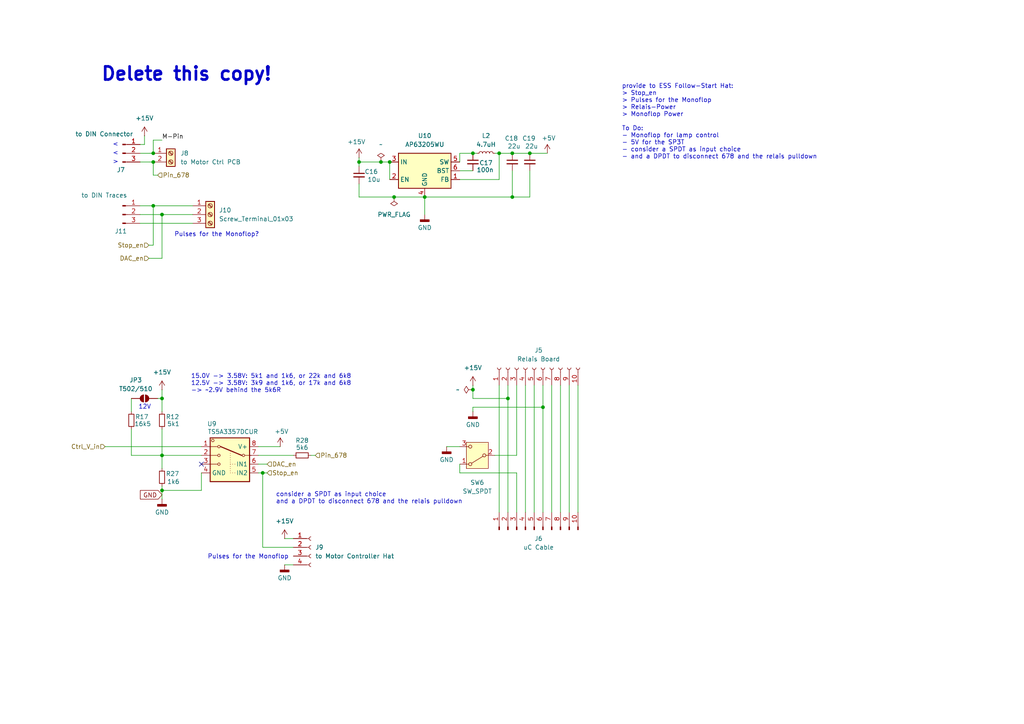
<source format=kicad_sch>
(kicad_sch (version 20231120) (generator "eeschema") (generator_version "8.0")
  (paper "A4")
  (lib_symbols
    (symbol "Connector:Conn_01x03_Pin" (pin_names (offset 1.016) hide)
      (property "Reference" "J" (at 0 5.08 0))
      (property "Value" "Conn_01x03_Pin" (at 0 -5.08 0))
      (symbol "Conn_01x03_Pin_1_1"
        (polyline (pts (xy 1.27 -2.54) (xy 0.8636 -2.54)) (stroke (width 0.1524)))
        (polyline (pts (xy 1.27 0) (xy 0.8636 0)) (stroke (width 0.1524)))
        (polyline (pts (xy 1.27 2.54) (xy 0.8636 2.54)) (stroke (width 0.1524)))
        (rectangle (start 0.8636 -2.413) (end 0 -2.667) (stroke (width 0.1524)) (fill (type outline)))
        (rectangle (start 0.8636 0.127) (end 0 -0.127) (stroke (width 0.1524)) (fill (type outline)))
        (rectangle (start 0.8636 2.667) (end 0 2.413) (stroke (width 0.1524)) (fill (type outline)))
        (pin passive line (at 5.08 2.54 180) (length 3.81) (name "Pin_1") (number "1"))
        (pin passive line (at 5.08 0 180) (length 3.81) (name "Pin_2") (number "2"))
        (pin passive line (at 5.08 -2.54 180) (length 3.81) (name "Pin_3") (number "3"))
      )
    )
    (symbol "Connector:Conn_01x04_Socket" (pin_names (offset 1.016) hide)
      (property "Reference" "J" (at 0 5.08 0))
      (property "Value" "Conn_01x04_Socket" (at 0 -7.62 0))
      (symbol "Conn_01x04_Socket_1_1"
        (arc (start 0 -4.572) (mid -0.5058 -5.08) (end 0 -5.588) (stroke (width 0.1524)))
        (arc (start 0 -2.032) (mid -0.5058 -2.54) (end 0 -3.048) (stroke (width 0.1524)))
        (polyline (pts (xy -1.27 -5.08) (xy -0.508 -5.08)) (stroke (width 0.1524)))
        (polyline (pts (xy -1.27 -2.54) (xy -0.508 -2.54)) (stroke (width 0.1524)))
        (polyline (pts (xy -1.27 0) (xy -0.508 0)) (stroke (width 0.1524)))
        (polyline (pts (xy -1.27 2.54) (xy -0.508 2.54)) (stroke (width 0.1524)))
        (arc (start 0 0.508) (mid -0.5058 0) (end 0 -0.508) (stroke (width 0.1524)))
        (arc (start 0 3.048) (mid -0.5058 2.54) (end 0 2.032) (stroke (width 0.1524)))
        (pin passive line (at -5.08 2.54 0) (length 3.81) (name "Pin_1") (number "1"))
        (pin passive line (at -5.08 0 0) (length 3.81) (name "Pin_2") (number "2"))
        (pin passive line (at -5.08 -2.54 0) (length 3.81) (name "Pin_3") (number "3"))
        (pin passive line (at -5.08 -5.08 0) (length 3.81) (name "Pin_4") (number "4"))
      )
    )
    (symbol "Connector:Conn_01x10_Pin" (pin_names (offset 1.016) hide)
      (property "Reference" "J" (at 0 12.7 0))
      (property "Value" "Conn_01x10_Pin" (at 0 -15.24 0))
      (symbol "Conn_01x10_Pin_1_1"
        (polyline (pts (xy 1.27 -12.7) (xy 0.8636 -12.7)) (stroke (width 0.1524)))
        (polyline (pts (xy 1.27 -10.16) (xy 0.8636 -10.16)) (stroke (width 0.1524)))
        (polyline (pts (xy 1.27 -7.62) (xy 0.8636 -7.62)) (stroke (width 0.1524)))
        (polyline (pts (xy 1.27 -5.08) (xy 0.8636 -5.08)) (stroke (width 0.1524)))
        (polyline (pts (xy 1.27 -2.54) (xy 0.8636 -2.54)) (stroke (width 0.1524)))
        (polyline (pts (xy 1.27 0) (xy 0.8636 0)) (stroke (width 0.1524)))
        (polyline (pts (xy 1.27 2.54) (xy 0.8636 2.54)) (stroke (width 0.1524)))
        (polyline (pts (xy 1.27 5.08) (xy 0.8636 5.08)) (stroke (width 0.1524)))
        (polyline (pts (xy 1.27 7.62) (xy 0.8636 7.62)) (stroke (width 0.1524)))
        (polyline (pts (xy 1.27 10.16) (xy 0.8636 10.16)) (stroke (width 0.1524)))
        (rectangle (start 0.8636 -12.573) (end 0 -12.827) (stroke (width 0.1524)) (fill (type outline)))
        (rectangle (start 0.8636 -10.033) (end 0 -10.287) (stroke (width 0.1524)) (fill (type outline)))
        (rectangle (start 0.8636 -7.493) (end 0 -7.747) (stroke (width 0.1524)) (fill (type outline)))
        (rectangle (start 0.8636 -4.953) (end 0 -5.207) (stroke (width 0.1524)) (fill (type outline)))
        (rectangle (start 0.8636 -2.413) (end 0 -2.667) (stroke (width 0.1524)) (fill (type outline)))
        (rectangle (start 0.8636 0.127) (end 0 -0.127) (stroke (width 0.1524)) (fill (type outline)))
        (rectangle (start 0.8636 2.667) (end 0 2.413) (stroke (width 0.1524)) (fill (type outline)))
        (rectangle (start 0.8636 5.207) (end 0 4.953) (stroke (width 0.1524)) (fill (type outline)))
        (rectangle (start 0.8636 7.747) (end 0 7.493) (stroke (width 0.1524)) (fill (type outline)))
        (rectangle (start 0.8636 10.287) (end 0 10.033) (stroke (width 0.1524)) (fill (type outline)))
        (pin passive line (at 5.08 10.16 180) (length 3.81) (name "Pin_1") (number "1"))
        (pin passive line (at 5.08 -12.7 180) (length 3.81) (name "Pin_10") (number "10"))
        (pin passive line (at 5.08 7.62 180) (length 3.81) (name "Pin_2") (number "2"))
        (pin passive line (at 5.08 5.08 180) (length 3.81) (name "Pin_3") (number "3"))
        (pin passive line (at 5.08 2.54 180) (length 3.81) (name "Pin_4") (number "4"))
        (pin passive line (at 5.08 0 180) (length 3.81) (name "Pin_5") (number "5"))
        (pin passive line (at 5.08 -2.54 180) (length 3.81) (name "Pin_6") (number "6"))
        (pin passive line (at 5.08 -5.08 180) (length 3.81) (name "Pin_7") (number "7"))
        (pin passive line (at 5.08 -7.62 180) (length 3.81) (name "Pin_8") (number "8"))
        (pin passive line (at 5.08 -10.16 180) (length 3.81) (name "Pin_9") (number "9"))
      )
    )
    (symbol "Connector:Conn_01x10_Socket" (pin_names (offset 1.016) hide)
      (property "Reference" "J" (at 0 12.7 0))
      (property "Value" "Conn_01x10_Socket" (at 0 -15.24 0))
      (symbol "Conn_01x10_Socket_1_1"
        (arc (start 0 -12.192) (mid -0.5058 -12.7) (end 0 -13.208) (stroke (width 0.1524)))
        (arc (start 0 -9.652) (mid -0.5058 -10.16) (end 0 -10.668) (stroke (width 0.1524)))
        (arc (start 0 -7.112) (mid -0.5058 -7.62) (end 0 -8.128) (stroke (width 0.1524)))
        (arc (start 0 -4.572) (mid -0.5058 -5.08) (end 0 -5.588) (stroke (width 0.1524)))
        (arc (start 0 -2.032) (mid -0.5058 -2.54) (end 0 -3.048) (stroke (width 0.1524)))
        (polyline (pts (xy -1.27 -12.7) (xy -0.508 -12.7)) (stroke (width 0.1524)))
        (polyline (pts (xy -1.27 -10.16) (xy -0.508 -10.16)) (stroke (width 0.1524)))
        (polyline (pts (xy -1.27 -7.62) (xy -0.508 -7.62)) (stroke (width 0.1524)))
        (polyline (pts (xy -1.27 -5.08) (xy -0.508 -5.08)) (stroke (width 0.1524)))
        (polyline (pts (xy -1.27 -2.54) (xy -0.508 -2.54)) (stroke (width 0.1524)))
        (polyline (pts (xy -1.27 0) (xy -0.508 0)) (stroke (width 0.1524)))
        (polyline (pts (xy -1.27 2.54) (xy -0.508 2.54)) (stroke (width 0.1524)))
        (polyline (pts (xy -1.27 5.08) (xy -0.508 5.08)) (stroke (width 0.1524)))
        (polyline (pts (xy -1.27 7.62) (xy -0.508 7.62)) (stroke (width 0.1524)))
        (polyline (pts (xy -1.27 10.16) (xy -0.508 10.16)) (stroke (width 0.1524)))
        (arc (start 0 0.508) (mid -0.5058 0) (end 0 -0.508) (stroke (width 0.1524)))
        (arc (start 0 3.048) (mid -0.5058 2.54) (end 0 2.032) (stroke (width 0.1524)))
        (arc (start 0 5.588) (mid -0.5058 5.08) (end 0 4.572) (stroke (width 0.1524)))
        (arc (start 0 8.128) (mid -0.5058 7.62) (end 0 7.112) (stroke (width 0.1524)))
        (arc (start 0 10.668) (mid -0.5058 10.16) (end 0 9.652) (stroke (width 0.1524)))
        (pin passive line (at -5.08 10.16 0) (length 3.81) (name "Pin_1") (number "1"))
        (pin passive line (at -5.08 -12.7 0) (length 3.81) (name "Pin_10") (number "10"))
        (pin passive line (at -5.08 7.62 0) (length 3.81) (name "Pin_2") (number "2"))
        (pin passive line (at -5.08 5.08 0) (length 3.81) (name "Pin_3") (number "3"))
        (pin passive line (at -5.08 2.54 0) (length 3.81) (name "Pin_4") (number "4"))
        (pin passive line (at -5.08 0 0) (length 3.81) (name "Pin_5") (number "5"))
        (pin passive line (at -5.08 -2.54 0) (length 3.81) (name "Pin_6") (number "6"))
        (pin passive line (at -5.08 -5.08 0) (length 3.81) (name "Pin_7") (number "7"))
        (pin passive line (at -5.08 -7.62 0) (length 3.81) (name "Pin_8") (number "8"))
        (pin passive line (at -5.08 -10.16 0) (length 3.81) (name "Pin_9") (number "9"))
      )
    )
    (symbol "Connector:Screw_Terminal_01x02" (pin_names (offset 1.016) hide)
      (property "Reference" "J" (at 0 2.54 0))
      (property "Value" "Screw_Terminal_01x02" (at 0 -5.08 0))
      (symbol "Screw_Terminal_01x02_1_1"
        (rectangle (start -1.27 1.27) (end 1.27 -3.81) (stroke (width 0.254)) (fill (type background)))
        (circle (center 0 -2.54) (radius 0.635) (stroke (width 0.1524)))
        (polyline (pts (xy -0.5334 -2.2098) (xy 0.3302 -3.048)) (stroke (width 0.1524)))
        (polyline (pts (xy -0.5334 0.3302) (xy 0.3302 -0.508)) (stroke (width 0.1524)))
        (polyline (pts (xy -0.3556 -2.032) (xy 0.508 -2.8702)) (stroke (width 0.1524)))
        (polyline (pts (xy -0.3556 0.508) (xy 0.508 -0.3302)) (stroke (width 0.1524)))
        (circle (center 0 0) (radius 0.635) (stroke (width 0.1524)))
        (pin passive line (at -5.08 0 0) (length 3.81) (name "Pin_1") (number "1"))
        (pin passive line (at -5.08 -2.54 0) (length 3.81) (name "Pin_2") (number "2"))
      )
    )
    (symbol "Connector:Screw_Terminal_01x03" (pin_names (offset 1.016) hide)
      (property "Reference" "J" (at 0 5.08 0))
      (property "Value" "Screw_Terminal_01x03" (at 0 -5.08 0))
      (symbol "Screw_Terminal_01x03_1_1"
        (rectangle (start -1.27 3.81) (end 1.27 -3.81) (stroke (width 0.254)) (fill (type background)))
        (circle (center 0 -2.54) (radius 0.635) (stroke (width 0.1524)))
        (polyline (pts (xy -0.5334 -2.2098) (xy 0.3302 -3.048)) (stroke (width 0.1524)))
        (polyline (pts (xy -0.5334 0.3302) (xy 0.3302 -0.508)) (stroke (width 0.1524)))
        (polyline (pts (xy -0.5334 2.8702) (xy 0.3302 2.032)) (stroke (width 0.1524)))
        (polyline (pts (xy -0.3556 -2.032) (xy 0.508 -2.8702)) (stroke (width 0.1524)))
        (polyline (pts (xy -0.3556 0.508) (xy 0.508 -0.3302)) (stroke (width 0.1524)))
        (polyline (pts (xy -0.3556 3.048) (xy 0.508 2.2098)) (stroke (width 0.1524)))
        (circle (center 0 0) (radius 0.635) (stroke (width 0.1524)))
        (circle (center 0 2.54) (radius 0.635) (stroke (width 0.1524)))
        (pin passive line (at -5.08 2.54 0) (length 3.81) (name "Pin_1") (number "1"))
        (pin passive line (at -5.08 0 0) (length 3.81) (name "Pin_2") (number "2"))
        (pin passive line (at -5.08 -2.54 0) (length 3.81) (name "Pin_3") (number "3"))
      )
    )
    (symbol "Device:C_Small" (pin_numbers hide) (pin_names (offset 0.254) hide)
      (property "Reference" "C" (at 0.254 1.778 0))
      (property "Value" "C_Small" (at 0.254 -2.032 0))
      (symbol "C_Small_0_1"
        (polyline (pts (xy -1.524 -0.508) (xy 1.524 -0.508)) (stroke (width 0.3302)))
        (polyline (pts (xy -1.524 0.508) (xy 1.524 0.508)) (stroke (width 0.3048)))
      )
      (symbol "C_Small_1_1"
        (pin passive line (at 0 2.54 270) (length 2.032) (name "~") (number "1"))
        (pin passive line (at 0 -2.54 90) (length 2.032) (name "~") (number "2"))
      )
    )
    (symbol "Device:L_Small" (pin_numbers hide) (pin_names (offset 0.254) hide)
      (property "Reference" "L" (at 0.762 1.016 0))
      (property "Value" "L_Small" (at 0.762 -1.016 0))
      (symbol "L_Small_0_1"
        (arc (start 0 -2.032) (mid 0.5058 -1.524) (end 0 -1.016))
        (arc (start 0 -1.016) (mid 0.5058 -0.508) (end 0 0))
        (arc (start 0 0) (mid 0.5058 0.508) (end 0 1.016))
        (arc (start 0 1.016) (mid 0.5058 1.524) (end 0 2.032))
      )
      (symbol "L_Small_1_1"
        (pin passive line (at 0 2.54 270) (length 0.508) (name "~") (number "1"))
        (pin passive line (at 0 -2.54 90) (length 0.508) (name "~") (number "2"))
      )
    )
    (symbol "Device:R_Small" (pin_numbers hide) (pin_names (offset 0.254) hide)
      (property "Reference" "R" (at 0.762 0.508 0))
      (property "Value" "R_Small" (at 0.762 -1.016 0))
      (symbol "R_Small_0_1"
        (rectangle (start -0.762 1.778) (end 0.762 -1.778) (stroke (width 0.2032)))
      )
      (symbol "R_Small_1_1"
        (pin passive line (at 0 2.54 270) (length 0.762) (name "~") (number "1"))
        (pin passive line (at 0 -2.54 90) (length 0.762) (name "~") (number "2"))
      )
    )
    (symbol "Jumper:SolderJumper_2_Open" (pin_numbers hide) (pin_names (offset 0) hide) (exclude_from_sim yes) (in_bom no)
      (property "Reference" "JP" (at 0 2.032 0))
      (property "Value" "SolderJumper_2_Open" (at 0 -2.54 0))
      (symbol "SolderJumper_2_Open_0_1"
        (arc (start -0.254 1.016) (mid -1.2656 0) (end -0.254 -1.016))
        (arc (start -0.254 1.016) (mid -1.2656 0) (end -0.254 -1.016) (fill (type outline)))
        (polyline (pts (xy -0.254 1.016) (xy -0.254 -1.016)))
        (polyline (pts (xy 0.254 1.016) (xy 0.254 -1.016)))
        (arc (start 0.254 -1.016) (mid 1.2656 0) (end 0.254 1.016))
        (arc (start 0.254 -1.016) (mid 1.2656 0) (end 0.254 1.016) (fill (type outline)))
      )
      (symbol "SolderJumper_2_Open_1_1"
        (pin passive line (at -3.81 0 0) (length 2.54) (name "A") (number "1"))
        (pin passive line (at 3.81 0 180) (length 2.54) (name "B") (number "2"))
      )
    )
    (symbol "Regulator_Switching:AP63205WU"
      (property "Reference" "U" (at -7.62 6.35 0))
      (property "Value" "AP63205WU" (at 2.54 6.35 0))
      (symbol "AP63205WU_0_1"
        (rectangle (start -7.62 5.08) (end 7.62 -5.08) (stroke (width 0.254)) (fill (type background)))
      )
      (symbol "AP63205WU_1_1"
        (pin input line (at 10.16 -2.54 180) (length 2.54) (name "FB") (number "1"))
        (pin input line (at -10.16 -2.54 0) (length 2.54) (name "EN") (number "2"))
        (pin power_in line (at -10.16 2.54 0) (length 2.54) (name "IN") (number "3"))
        (pin power_in line (at 0 -7.62 90) (length 2.54) (name "GND") (number "4"))
        (pin output line (at 10.16 2.54 180) (length 2.54) (name "SW") (number "5"))
        (pin passive line (at 10.16 0 180) (length 2.54) (name "BST") (number "6"))
      )
    )
    (symbol "Switch:SW_SPDT" (pin_names (offset 0) hide)
      (property "Reference" "SW" (at 0 5.08 0))
      (property "Value" "SW_SPDT" (at 0 -5.08 0))
      (symbol "SW_SPDT_0_1"
        (circle (center -2.032 0) (radius 0.4572))
        (polyline (pts (xy -1.651 0.254) (xy 1.651 2.286)))
        (circle (center 2.032 -2.54) (radius 0.4572))
        (circle (center 2.032 2.54) (radius 0.4572))
      )
      (symbol "SW_SPDT_1_1"
        (rectangle (start -3.175 3.81) (end 3.175 -3.81) (fill (type background)))
        (pin passive line (at 5.08 2.54 180) (length 2.54) (name "A") (number "1"))
        (pin passive line (at -5.08 0 0) (length 2.54) (name "B") (number "2"))
        (pin passive line (at 5.08 -2.54 180) (length 2.54) (name "C") (number "3"))
      )
    )
    (symbol "easyEDA:TS5A3357DCUR_nicer"
      (property "Reference" "U" (at -2.54 7.62 0))
      (property "Value" "TS5A3357DCUR" (at 0 -8.89 0))
      (symbol "TS5A3357DCUR_nicer_0_1"
        (circle (center -6.858 5.588) (radius 0.38))
        (pin unspecified line (at -10.16 -3.81 0) (length 2.54) (name "GND") (number "4"))
        (pin unspecified line (at 6.35 -3.81 180) (length 2.54) (name "IN2") (number "5"))
        (pin unspecified line (at 6.35 -1.27 180) (length 2.54) (name "IN1") (number "6"))
        (pin unspecified line (at 6.35 3.81 180) (length 2.54) (name "V+") (number "8"))
      )
      (symbol "TS5A3357DCUR_nicer_1_1"
        (rectangle (start -7.62 6.35) (end 3.81 -6.35) (stroke (width 0.3)) (fill (type background)))
        (circle (center -5.08 -1.27) (radius 0.3592))
        (circle (center -5.08 1.27) (radius 0.3592))
        (circle (center -5.08 3.81) (radius 0.3592))
        (polyline (pts (xy -7.62 -1.27) (xy -5.588 -1.27)))
        (polyline (pts (xy -7.62 1.27) (xy -5.588 1.27)))
        (polyline (pts (xy -7.62 3.81) (xy -5.588 3.81)))
        (polyline (pts (xy 1.524 1.27) (xy -4.572 3.81)) (stroke (width 0.3)))
        (polyline (pts (xy 4.318 1.27) (xy 2.54 1.27)))
        (polyline (pts (xy -1.778 -1.27) (xy -1.778 -3.81) (xy -0.254 -3.81)) (stroke (width 0) (type dot)))
        (polyline (pts (xy -1.778 2.54) (xy -1.778 -1.27) (xy -0.254 -1.27)) (stroke (width 0) (type dot)))
        (circle (center 2.032 1.27) (radius 0.3592))
        (pin unspecified line (at -10.16 3.81 0) (length 2.54) (name "") (number "1"))
        (pin unspecified line (at -10.16 1.27 0) (length 2.54) (name "") (number "2"))
        (pin unspecified line (at -10.16 -1.27 0) (length 2.54) (name "") (number "3"))
        (pin unspecified line (at 6.35 1.27 180) (length 2.54) (name "") (number "7"))
      )
    )
    (symbol "power:+15V" (power) (pin_numbers hide) (pin_names (offset 0) hide)
      (property "Value" "+15V" (at 0 3.556 0))
      (symbol "+15V_0_1"
        (polyline (pts (xy -0.762 1.27) (xy 0 2.54)))
        (polyline (pts (xy 0 0) (xy 0 2.54)))
        (polyline (pts (xy 0 2.54) (xy 0.762 1.27)))
      )
      (symbol "+15V_1_1"
        (pin power_in line (at 0 0 90) (length 0) (name "~") (number "1"))
      )
    )
    (symbol "power:+5V" (power) (pin_numbers hide) (pin_names (offset 0) hide)
      (property "Value" "+5V" (at 0 3.556 0))
      (symbol "+5V_0_1"
        (polyline (pts (xy -0.762 1.27) (xy 0 2.54)))
        (polyline (pts (xy 0 0) (xy 0 2.54)))
        (polyline (pts (xy 0 2.54) (xy 0.762 1.27)))
      )
      (symbol "+5V_1_1"
        (pin power_in line (at 0 0 90) (length 0) (name "~") (number "1"))
      )
    )
    (symbol "power:GNDD" (power) (pin_numbers hide) (pin_names (offset 0) hide)
      (property "Value" "GNDD" (at 0 -3.175 0))
      (symbol "GNDD_0_1"
        (rectangle (start -1.27 -1.524) (end 1.27 -2.032) (stroke (width 0.254)) (fill (type outline)))
        (polyline (pts (xy 0 0) (xy 0 -1.524)))
      )
      (symbol "GNDD_1_1"
        (pin power_in line (at 0 0 270) (length 0) (name "~") (number "1"))
      )
    )
    (symbol "power:PWR_FLAG" (power) (pin_numbers hide) (pin_names (offset 0) hide)
      (property "Value" "PWR_FLAG" (at 0 3.81 0))
      (symbol "PWR_FLAG_0_0"
        (pin power_out line (at 0 0 90) (length 0) (name "~") (number "1"))
      )
      (symbol "PWR_FLAG_0_1"
        (polyline (pts (xy 0 0) (xy 0 1.27) (xy -1.016 1.905) (xy 0 2.54) (xy 1.016 1.905) (xy 0 1.27)))
      )
    )
  )
  (junction (at 76.2 137.16))
  (junction (at 46.99 132.08))
  (junction (at 110.49 46.99))
  (junction (at 44.45 46.99))
  (junction (at 144.78 44.45))
  (junction (at 46.99 62.23))
  (junction (at 137.16 44.45))
  (junction (at 46.99 142.24))
  (junction (at 113.03 46.99))
  (junction (at 137.16 113.03))
  (junction (at 148.59 44.45))
  (junction (at 44.45 59.69))
  (junction (at 44.45 44.45))
  (junction (at 148.59 57.15))
  (junction (at 153.67 44.45))
  (junction (at 46.99 115.57))
  (junction (at 157.48 118.11))
  (junction (at 123.19 57.15))
  (junction (at 147.32 115.57))
  (junction (at 114.3 57.15))
  (junction (at 104.14 46.99))
  (no_connect (at 58.42 134.62))
  (wire (pts (xy 58.42 137.16) (xy 58.42 142.24)))
  (wire (pts (xy 43.18 74.93) (xy 46.99 74.93)))
  (wire (pts (xy 46.99 62.23) (xy 55.88 62.23)))
  (wire (pts (xy 82.55 163.83) (xy 85.09 163.83)))
  (wire (pts (xy 157.48 118.11) (xy 157.48 148.59)))
  (wire (pts (xy 45.72 115.57) (xy 46.99 115.57)))
  (wire (pts (xy 143.51 44.45) (xy 144.78 44.45)))
  (wire (pts (xy 149.86 111.76) (xy 149.86 132.08)))
  (wire (pts (xy 38.1 132.08) (xy 46.99 132.08)))
  (wire (pts (xy 44.45 71.12) (xy 44.45 59.69)))
  (wire (pts (xy 137.16 44.45) (xy 138.43 44.45)))
  (wire (pts (xy 137.16 118.11) (xy 157.48 118.11)))
  (wire (pts (xy 40.64 59.69) (xy 44.45 59.69)))
  (wire (pts (xy 38.1 115.57) (xy 38.1 119.38)))
  (wire (pts (xy 46.99 124.46) (xy 46.99 132.08)))
  (wire (pts (xy 46.99 144.78) (xy 46.99 142.24)))
  (wire (pts (xy 123.19 57.15) (xy 123.19 62.23)))
  (wire (pts (xy 44.45 59.69) (xy 55.88 59.69)))
  (wire (pts (xy 40.64 41.91) (xy 41.91 41.91)))
  (wire (pts (xy 74.93 132.08) (xy 85.09 132.08)))
  (wire (pts (xy 162.56 111.76) (xy 162.56 148.59)))
  (wire (pts (xy 46.99 142.24) (xy 58.42 142.24)))
  (wire (pts (xy 77.47 134.62) (xy 74.93 134.62)))
  (wire (pts (xy 43.18 71.12) (xy 44.45 71.12)))
  (wire (pts (xy 38.1 124.46) (xy 38.1 132.08)))
  (wire (pts (xy 153.67 44.45) (xy 158.75 44.45)))
  (wire (pts (xy 46.99 132.08) (xy 46.99 135.89)))
  (wire (pts (xy 104.14 57.15) (xy 114.3 57.15)))
  (wire (pts (xy 133.35 134.62) (xy 133.35 137.16)))
  (wire (pts (xy 85.09 158.75) (xy 76.2 158.75)))
  (wire (pts (xy 40.64 44.45) (xy 44.45 44.45)))
  (wire (pts (xy 152.4 111.76) (xy 152.4 148.59)))
  (wire (pts (xy 40.64 62.23) (xy 46.99 62.23)))
  (wire (pts (xy 113.03 46.99) (xy 113.03 52.07)))
  (wire (pts (xy 76.2 137.16) (xy 74.93 137.16)))
  (wire (pts (xy 137.16 115.57) (xy 147.32 115.57)))
  (wire (pts (xy 148.59 44.45) (xy 153.67 44.45)))
  (wire (pts (xy 46.99 132.08) (xy 58.42 132.08)))
  (wire (pts (xy 104.14 46.99) (xy 104.14 48.26)))
  (wire (pts (xy 44.45 50.8) (xy 44.45 46.99)))
  (wire (pts (xy 137.16 111.76) (xy 137.16 113.03)))
  (wire (pts (xy 40.64 46.99) (xy 44.45 46.99)))
  (wire (pts (xy 133.35 49.53) (xy 137.16 49.53)))
  (wire (pts (xy 46.99 119.38) (xy 46.99 115.57)))
  (wire (pts (xy 41.91 41.91) (xy 41.91 39.37)))
  (wire (pts (xy 114.3 57.15) (xy 123.19 57.15)))
  (wire (pts (xy 46.99 113.03) (xy 46.99 115.57)))
  (wire (pts (xy 76.2 158.75) (xy 76.2 137.16)))
  (wire (pts (xy 104.14 53.34) (xy 104.14 57.15)))
  (wire (pts (xy 46.99 74.93) (xy 46.99 62.23)))
  (wire (pts (xy 133.35 46.99) (xy 133.35 44.45)))
  (wire (pts (xy 30.48 129.54) (xy 58.42 129.54)))
  (wire (pts (xy 144.78 52.07) (xy 133.35 52.07)))
  (wire (pts (xy 82.55 156.21) (xy 85.09 156.21)))
  (wire (pts (xy 153.67 57.15) (xy 153.67 49.53)))
  (wire (pts (xy 110.49 46.99) (xy 113.03 46.99)))
  (wire (pts (xy 104.14 46.99) (xy 110.49 46.99)))
  (wire (pts (xy 40.64 64.77) (xy 55.88 64.77)))
  (wire (pts (xy 90.17 132.08) (xy 91.44 132.08)))
  (wire (pts (xy 149.86 132.08) (xy 143.51 132.08)))
  (wire (pts (xy 133.35 44.45) (xy 137.16 44.45)))
  (wire (pts (xy 74.93 129.54) (xy 81.28 129.54)))
  (wire (pts (xy 148.59 57.15) (xy 153.67 57.15)))
  (wire (pts (xy 77.47 137.16) (xy 76.2 137.16)))
  (wire (pts (xy 154.94 111.76) (xy 154.94 148.59)))
  (wire (pts (xy 104.14 45.72) (xy 104.14 46.99)))
  (wire (pts (xy 149.86 137.16) (xy 149.86 148.59)))
  (wire (pts (xy 167.64 111.76) (xy 167.64 148.59)))
  (wire (pts (xy 147.32 115.57) (xy 147.32 148.59)))
  (wire (pts (xy 137.16 118.11) (xy 137.16 119.38)))
  (wire (pts (xy 137.16 113.03) (xy 137.16 115.57)))
  (wire (pts (xy 147.32 115.57) (xy 147.32 111.76)))
  (wire (pts (xy 160.02 111.76) (xy 160.02 148.59)))
  (wire (pts (xy 123.19 57.15) (xy 148.59 57.15)))
  (wire (pts (xy 129.54 129.54) (xy 133.35 129.54)))
  (wire (pts (xy 46.99 40.64) (xy 44.45 40.64)))
  (wire (pts (xy 45.72 50.8) (xy 44.45 50.8)))
  (wire (pts (xy 165.1 111.76) (xy 165.1 148.59)))
  (wire (pts (xy 148.59 57.15) (xy 148.59 49.53)))
  (wire (pts (xy 46.99 140.97) (xy 46.99 142.24)))
  (wire (pts (xy 157.48 118.11) (xy 157.48 111.76)))
  (wire (pts (xy 144.78 111.76) (xy 144.78 148.59)))
  (wire (pts (xy 44.45 40.64) (xy 44.45 44.45)))
  (wire (pts (xy 144.78 44.45) (xy 144.78 52.07)))
  (wire (pts (xy 144.78 44.45) (xy 148.59 44.45)))
  (wire (pts (xy 133.35 137.16) (xy 149.86 137.16)))
  (text "Pulses for the Monoflop?" (at 50.546 68.072 0) (effects (font (size 1.27 1.27) (thickness 0.1588)) (justify left)))
  (text "<" (at 33.528 41.91 0) (effects (font (size 1.27 1.27))))
  (text "provide to ESS Follow-Start Hat:\n> Stop_en\n> Pulses for the Monoflop\n> Relais-Power\n> Monoflop Power\n\nTo Do: \n- Monoflop for lamp control\n- 5V for the SP3T\n- consider a SPDT as input choice \n- and a DPDT to disconnect 678 and the relais pulldown" (at 180.34 35.306 0) (effects (font (size 1.27 1.27) (thickness 0.1588)) (justify left)))
  (text "consider a SPDT as input choice\nand a DPDT to disconnect 678 and the relais pulldown" (at 80.01 144.526 0) (effects (font (size 1.27 1.27)) (justify left)))
  (text "Pulses for the Monoflop" (at 60.198 161.544 0) (effects (font (size 1.27 1.27) (thickness 0.1588)) (justify left)))
  (text "<" (at 33.528 44.45 0) (effects (font (size 1.27 1.27))))
  (text ">" (at 33.528 46.99 0) (effects (font (size 1.27 1.27))))
  (text "15.0V -> 3.58V: 5k1 and 1k6, or 22k and 6k8\n12.5V -> 3.58V: 3k9 and 1k6, or 17k and 6k8\n-> ~2.9V behind the 5k6R" (at 55.372 111.252 0) (effects (font (size 1.27 1.27)) (justify left)))
  (text "Delete this copy!" (at 54.102 21.59 0) (effects (font (size 3.81 3.81) (thickness 0.762) (bold yes))))
  (text "12V" (at 40.132 118.11 0) (effects (font (size 1.27 1.27)) (justify left)))
  (label "M-Pin" (at 46.99 40.64 0))
  (global_label "GND" (shape input) (at 46.99 143.51 180) (property "Intersheetrefs" "${INTERSHEET_REFS}" (effects (hide yes))))
  (hierarchical_label "DAC_en" (shape input) (at 43.18 74.93 180))
  (hierarchical_label "Stop_en" (shape input) (at 77.47 137.16 0))
  (hierarchical_label "DAC_en" (shape input) (at 77.47 134.62 0))
  (hierarchical_label "Ctrl_V_in" (shape input) (at 30.48 129.54 180))
  (hierarchical_label "Pin_678" (shape input) (at 91.44 132.08 0))
  (hierarchical_label "Stop_en" (shape input) (at 43.18 71.12 180))
  (hierarchical_label "Pin_678" (shape input) (at 45.72 50.8 0))
  (symbol (lib_id "power:GNDD") (at 123.19 62.23 0) (unit 1)
    (property "Reference" "#PWR055" (effects (hide yes)))
    (property "Value" "GND" (at 123.19 66.04 0))
    (property "Description" "Power symbol creates a global label with name \"GNDD\" , digital ground" (effects (hide yes)))
  )
  (symbol (lib_id "Device:R_Small") (at 38.1 121.92 180) (unit 1)
    (property "Reference" "R17" (at 41.148 120.904 0))
    (property "Value" "16k5" (at 41.402 122.936 0))
    (property "Footprint" "Resistor_SMD:R_0603_1608Metric" (effects (hide yes)))
  )
  (symbol (lib_id "power:PWR_FLAG") (at 110.49 46.99 0) (unit 1)
    (property "Reference" "#FLG07" (effects (hide yes)))
    (property "Value" "~" (at 110.49 41.91 0))
    (property "Description" "Special symbol for telling ERC where power comes from" (effects (hide yes)))
  )
  (symbol (lib_id "Connector:Conn_01x03_Pin") (at 35.56 44.45 0) (unit 1)
    (property "Reference" "J7" (at 35.052 49.276 0))
    (property "Value" "to DIN Connector" (at 30.226 38.862 0))
    (property "Description" "Generic connector, single row, 01x03, script generated" (effects (hide yes)))
  )
  (symbol (lib_id "Connector:Conn_01x03_Pin") (at 35.56 62.23 0) (unit 1)
    (property "Reference" "J11" (at 35.052 67.056 0))
    (property "Value" "to DIN Traces" (at 30.226 56.642 0))
    (property "Description" "Generic connector, single row, 01x03, script generated" (effects (hide yes)))
  )
  (symbol (lib_id "Device:C_Small") (at 148.59 46.99 0) (unit 1)
    (property "Reference" "C18" (at 148.336 40.132 0))
    (property "Value" "22u" (at 149.098 42.418 0))
    (property "Footprint" "Capacitor_SMD:C_0603_1608Metric" (effects (hide yes)))
  )
  (symbol (lib_id "power:GNDD") (at 137.16 119.38 0) (unit 1)
    (property "Reference" "#PWR049" (effects (hide yes)))
    (property "Value" "GND" (at 137.16 123.19 0))
    (property "Description" "Power symbol creates a global label with name \"GNDD\" , digital ground" (effects (hide yes)))
  )
  (symbol (lib_id "Connector:Screw_Terminal_01x03") (at 60.96 62.23 0) (unit 1)
    (property "Reference" "J10" (at 63.5 60.9599 0) (effects (justify left)))
    (property "Value" "Screw_Terminal_01x03" (at 63.5 63.4999 0) (effects (justify left)))
    (property "Description" "Generic screw terminal, single row, 01x03, script generated (kicad-library-utils/schlib/autogen/connector/)" (effects (hide yes)))
  )
  (symbol (lib_id "Connector:Conn_01x10_Socket") (at 154.94 106.68 90) (unit 1)
    (property "Reference" "J5" (at 156.21 101.6 90))
    (property "Value" "Relais Board" (at 156.21 104.14 90))
    (property "Description" "Generic connector, single row, 01x10, script generated" (effects (hide yes)))
  )
  (symbol (lib_id "power:PWR_FLAG") (at 114.3 57.15 180) (unit 1)
    (property "Reference" "#FLG08" (effects (hide yes)))
    (property "Value" "PWR_FLAG" (at 114.3 62.23 0))
    (property "Description" "Special symbol for telling ERC where power comes from" (effects (hide yes)))
  )
  (symbol (lib_id "power:GNDD") (at 46.99 144.78 0) (unit 1)
    (property "Reference" "#PWR045" (effects (hide yes)))
    (property "Value" "GND" (at 46.99 148.59 0))
    (property "Description" "Power symbol creates a global label with name \"GNDD\" , digital ground" (effects (hide yes)))
  )
  (symbol (lib_id "Device:L_Small") (at 140.97 44.45 90) (unit 1)
    (property "Reference" "L2" (at 140.97 39.37 90))
    (property "Value" "4.7uH" (at 140.97 41.91 90))
    (property "Footprint" "easyEDA:IND-SMD_L3.0-W3.0" (effects (hide yes)))
    (property "Datasheet" "https://www.lcsc.com/datasheet/lcsc_datasheet_2410121924_Murata-Electronics-LQH3NPZ4R7MMEL_C527613.pdf" (effects (hide yes)))
    (property "Description" "Inductor, small symbol" (effects (hide yes)))
    (property "LCSC" "C527613" (effects (hide yes)))
    (property "LCSC Part" "C2929429" (effects (hide yes)))
  )
  (symbol (lib_id "power:+15V") (at 82.55 156.21 0) (unit 1)
    (property "Reference" "#PWR053" (effects (hide yes)))
    (property "Value" "+15V" (at 82.55 151.13 0))
    (property "Description" "Power symbol creates a global label with name \"+15V\"" (effects (hide yes)))
  )
  (symbol (lib_id "Device:R_Small") (at 46.99 138.43 180) (unit 1)
    (property "Reference" "R27" (at 50.038 137.414 0))
    (property "Value" "1k6" (at 50.292 139.7 0))
    (property "Footprint" "Resistor_SMD:R_0603_1608Metric" (effects (hide yes)))
  )
  (symbol (lib_id "Device:C_Small") (at 104.14 50.8 0) (unit 1)
    (property "Reference" "C16" (at 107.696 49.784 0))
    (property "Value" "10u" (at 108.458 52.07 0))
    (property "Footprint" "Capacitor_SMD:C_0603_1608Metric" (effects (hide yes)))
  )
  (symbol (lib_id "Device:C_Small") (at 153.67 46.99 0) (unit 1)
    (property "Reference" "C19" (at 153.416 40.132 0))
    (property "Value" "22u" (at 154.178 42.418 0))
    (property "Footprint" "Capacitor_SMD:C_0603_1608Metric" (effects (hide yes)))
  )
  (symbol (lib_id "easyEDA:TS5A3357DCUR_nicer") (at 68.58 133.35 0) (unit 1)
    (property "Reference" "U9" (at 61.468 122.936 0))
    (property "Value" "TS5A3357DCUR" (at 67.564 125.222 0))
    (property "Footprint" "easyeda2kicad:VSSOP-8_L2.4-W2.1-P0.50-LS3.2-BR" (effects (hide yes)))
    (property "Datasheet" "https://lcsc.com/product-detail/Others_Texas-Instruments_TS5A3357DCUR_Texas-Instruments-TI-TS5A3357DCUR_C78720.html" (effects (hide yes)))
    (property "LCSC Part" "C78720" (effects (hide yes)))
  )
  (symbol (lib_id "Connector:Conn_01x10_Pin") (at 154.94 153.67 90) (unit 1)
    (property "Reference" "J6" (at 156.21 156.21 90))
    (property "Value" "uC Cable" (at 156.21 158.75 90))
    (property "Description" "Generic connector, single row, 01x10, script generated" (effects (hide yes)))
  )
  (symbol (lib_id "power:+15V") (at 46.99 113.03 0) (unit 1)
    (property "Reference" "#PWR044" (effects (hide yes)))
    (property "Value" "+15V" (at 46.99 107.95 0))
    (property "Description" "Power symbol creates a global label with name \"+15V\"" (effects (hide yes)))
  )
  (symbol (lib_id "power:+5V") (at 81.28 129.54 0) (unit 1)
    (property "Reference" "#PWR046" (effects (hide yes)))
    (property "Value" "+5V" (at 81.661 125.1458 0))
    (property "Description" "Power symbol creates a global label with name \"+5V\"" (effects (hide yes)))
  )
  (symbol (lib_id "Jumper:SolderJumper_2_Open") (at 41.91 115.57 0) (unit 1) (exclude_from_sim yes) (in_bom no)
    (property "Reference" "JP3" (at 39.37 110.236 0))
    (property "Value" "T502/510" (at 39.37 112.776 0))
    (property "Description" "Solder Jumper, 2-pole, open" (effects (hide yes)))
  )
  (symbol (lib_id "Device:R_Small") (at 46.99 121.92 180) (unit 1)
    (property "Reference" "R12" (at 50.038 120.904 0))
    (property "Value" "5k1" (at 50.292 122.936 0))
    (property "Footprint" "Resistor_SMD:R_0603_1608Metric" (effects (hide yes)))
  )
  (symbol (lib_id "power:+15V") (at 104.14 45.72 0) (unit 1)
    (property "Reference" "#PWR056" (effects (hide yes)))
    (property "Value" "+15V" (at 103.378 41.148 0))
    (property "Description" "Power symbol creates a global label with name \"+15V\"" (effects (hide yes)))
  )
  (symbol (lib_id "power:+5V") (at 158.75 44.45 0) (unit 1)
    (property "Reference" "#PWR051" (effects (hide yes)))
    (property "Value" "+5V" (at 159.131 40.0558 0))
    (property "Description" "Power symbol creates a global label with name \"+5V\"" (effects (hide yes)))
  )
  (symbol (lib_id "Device:C_Small") (at 137.16 46.99 0) (unit 1)
    (property "Reference" "C17" (at 140.97 47.244 0))
    (property "Value" "100n" (at 140.716 49.276 0))
    (property "Footprint" "Capacitor_SMD:C_0603_1608Metric" (effects (hide yes)))
  )
  (symbol (lib_id "Switch:SW_SPDT") (at 138.43 132.08 180) (unit 1)
    (property "Reference" "SW6" (at 138.43 139.954 0))
    (property "Value" "SW_SPDT" (at 138.43 142.494 0))
    (property "Description" "Switch, single pole double throw" (effects (hide yes)))
  )
  (symbol (lib_id "Device:R_Small") (at 87.63 132.08 90) (unit 1)
    (property "Reference" "R28" (at 87.63 127.762 90))
    (property "Value" "5k6" (at 87.63 129.794 90))
    (property "Footprint" "Resistor_SMD:R_0603_1608Metric" (effects (hide yes)))
  )
  (symbol (lib_id "power:GNDD") (at 82.55 163.83 0) (unit 1)
    (property "Reference" "#PWR054" (effects (hide yes)))
    (property "Value" "GND" (at 82.55 167.64 0))
    (property "Description" "Power symbol creates a global label with name \"GNDD\" , digital ground" (effects (hide yes)))
  )
  (symbol (lib_id "power:+15V") (at 137.16 111.76 0) (unit 1)
    (property "Reference" "#PWR048" (effects (hide yes)))
    (property "Value" "+15V" (at 137.16 106.68 0))
    (property "Description" "Power symbol creates a global label with name \"+15V\"" (effects (hide yes)))
  )
  (symbol (lib_id "power:GNDD") (at 129.54 129.54 0) (unit 1)
    (property "Reference" "#PWR050" (effects (hide yes)))
    (property "Value" "GND" (at 129.54 133.35 0))
    (property "Description" "Power symbol creates a global label with name \"GNDD\" , digital ground" (effects (hide yes)))
  )
  (symbol (lib_id "Connector:Conn_01x04_Socket") (at 90.17 158.75 0) (unit 1)
    (property "Reference" "J9" (at 91.44 158.7499 0) (effects (justify left)))
    (property "Value" "to Motor Controller Hat" (at 91.44 161.2899 0) (effects (justify left)))
    (property "Description" "Generic connector, single row, 01x04, script generated" (effects (hide yes)))
  )
  (symbol (lib_id "power:+15V") (at 41.91 39.37 0) (unit 1)
    (property "Reference" "#PWR052" (effects (hide yes)))
    (property "Value" "+15V" (at 41.91 34.29 0))
    (property "Description" "Power symbol creates a global label with name \"+15V\"" (effects (hide yes)))
  )
  (symbol (lib_id "Connector:Screw_Terminal_01x02") (at 49.53 44.45 0) (unit 1)
    (property "Reference" "J8" (at 52.324 44.45 0) (effects (justify left)))
    (property "Value" "to Motor Ctrl PCB" (at 52.324 46.99 0) (effects (justify left)))
    (property "Description" "Generic screw terminal, single row, 01x02, script generated (kicad-library-utils/schlib/autogen/connector/)" (effects (hide yes)))
  )
  (symbol (lib_id "power:PWR_FLAG") (at 137.16 113.03 90) (unit 1)
    (property "Reference" "#FLG06" (effects (hide yes)))
    (property "Value" "~" (at 133.35 113.03 90) (effects (justify left)))
    (property "Description" "Special symbol for telling ERC where power comes from" (effects (hide yes)))
  )
  (symbol (lib_id "Regulator_Switching:AP63205WU") (at 123.19 49.53 0) (unit 1)
    (property "Reference" "U10" (at 123.19 39.37 0))
    (property "Value" "AP63205WU" (at 123.19 41.91 0))
    (property "Footprint" "Package_TO_SOT_SMD:TSOT-23-6" (effects (hide yes)))
    (property "Datasheet" "https://www.diodes.com/assets/Datasheets/AP63200-AP63201-AP63203-AP63205.pdf" (effects (hide yes)))
    (property "Description" "2A, 1.1MHz Buck DC/DC Converter, fixed 5.0V output voltage, TSOT-23-6" (effects (hide yes)))
  )
)
</source>
